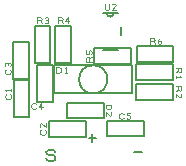
<source format=gbr>
G04 EasyPC Gerber Version 20.0.2 Build 4112 *
G04 #@! TF.Part,Single*
G04 #@! TF.FileFunction,Legend,Top *
%FSLAX25Y25*%
%MOIN*%
%ADD70C,0.00300*%
%ADD11C,0.00500*%
%ADD71C,0.00600*%
%ADD19C,0.00800*%
X0Y0D02*
D02*
D11*
X10150Y33300D02*
X4850D01*
Y45600*
X10150*
Y33300*
X10250Y20600D02*
X4950D01*
Y32900*
X10250*
Y20600*
X18050Y25700D02*
X12750D01*
Y38000*
X18050*
Y25700*
X18503Y28500D02*
X44503D01*
Y37800*
X18503*
Y28500*
X22650Y20100D02*
Y25400D01*
X34950*
Y20100*
X22650*
X28950Y19200D02*
Y13900D01*
X16650*
Y19200*
X28950*
X31493Y28426D02*
G75*
G03Y37874J4724D01*
G01*
G75*
G03Y28426J-4724*
G01*
D02*
D19*
X15800Y6925D02*
X16113Y6300D01*
X16737Y5987*
X17987*
X18613Y6300*
X18925Y6925*
X18613Y7550*
X17987Y7863*
X16737*
X16113Y8175*
X15800Y8800*
X16113Y9425*
X16737Y9737*
X17987*
X18613Y9425*
X18925Y8800*
X17250Y38500D02*
X11950D01*
Y50800*
X17250*
Y38500*
X23950D02*
X18650D01*
Y50800*
X23950*
Y38500*
X30000Y13537D02*
X32500D01*
X31250Y12287D02*
Y14787D01*
X44050Y43700D02*
Y38400D01*
X31750*
Y43700*
X44050*
X45200Y8937D02*
X47700D01*
X45850Y32800D02*
Y38100D01*
X58150*
Y32800*
X45850*
X48350Y19400D02*
Y14100D01*
X36050*
Y19400*
X48350*
X58150Y31600D02*
Y26300D01*
X45850*
Y31600*
X58150*
X58250Y44100D02*
Y38800D01*
X45950*
Y44100*
X58250*
D02*
D70*
X3619Y36413D02*
X3775Y36256D01*
X3931Y35944*
Y35475*
X3775Y35163*
X3619Y35006*
X3306Y34850*
X2681*
X2369Y35006*
X2213Y35163*
X2056Y35475*
Y35944*
X2213Y36256*
X2369Y36413*
X3775Y37506D02*
X3931Y37819D01*
Y38131*
X3775Y38444*
X3463Y38600*
X3150Y38444*
X2994Y38131*
Y37819*
Y38131D02*
X2837Y38444D01*
X2525Y38600*
X2213Y38444*
X2056Y38131*
Y37819*
X2213Y37506*
X3819Y28113D02*
X3975Y27956D01*
X4131Y27644*
Y27175*
X3975Y26863*
X3819Y26706*
X3506Y26550*
X2881*
X2569Y26706*
X2413Y26863*
X2256Y27175*
Y27644*
X2413Y27956*
X2569Y28113*
X4131Y29363D02*
Y29987D01*
Y29675D02*
X2256D01*
X2569Y29363*
X12463Y23631D02*
X12306Y23475D01*
X11994Y23319*
X11525*
X11213Y23475*
X11056Y23631*
X10900Y23944*
Y24569*
X11056Y24881*
X11213Y25037*
X11525Y25194*
X11994*
X12306Y25037*
X12463Y24881*
X14181Y23319D02*
Y25194D01*
X13400Y23944*
X14650*
X12800Y51919D02*
Y53794D01*
X13894*
X14206Y53637*
X14363Y53325*
X14206Y53013*
X13894Y52856*
X12800*
X13894D02*
X14363Y51919D01*
X15456Y52075D02*
X15769Y51919D01*
X16081*
X16394Y52075*
X16550Y52387*
X16394Y52700*
X16081Y52856*
X15769*
X16081D02*
X16394Y53013D01*
X16550Y53325*
X16394Y53637*
X16081Y53794*
X15769*
X15456Y53637*
X15319Y16313D02*
X15475Y16156D01*
X15631Y15844*
Y15375*
X15475Y15063*
X15319Y14906*
X15006Y14750*
X14381*
X14069Y14906*
X13913Y15063*
X13756Y15375*
Y15844*
X13913Y16156*
X14069Y16313*
X15631Y18500D02*
Y17250D01*
X14537Y18344*
X14225Y18500*
X13913Y18344*
X13756Y18031*
Y17563*
X13913Y17250*
X19200Y35319D02*
Y37194D01*
X20137*
X20450Y37037*
X20606Y36881*
X20763Y36569*
Y35944*
X20606Y35631*
X20450Y35475*
X20137Y35319*
X19200*
X22013D02*
X22637D01*
X22325D02*
Y37194D01*
X22013Y36881*
X19700Y51919D02*
Y53794D01*
X20794*
X21106Y53637*
X21263Y53325*
X21106Y53013*
X20794Y52856*
X19700*
X20794D02*
X21263Y51919D01*
X22981D02*
Y53794D01*
X22200Y52544*
X23450*
X31031Y39050D02*
X29156D01*
Y40144*
X29313Y40456*
X29625Y40613*
X29937Y40456*
X30094Y40144*
Y39050*
Y40144D02*
X31031Y40613D01*
X30875Y41550D02*
X31031Y41863D01*
Y42331*
X30875Y42644*
X30563Y42800*
X30406*
X30094Y42644*
X29937Y42331*
Y41550*
X29156*
Y42800*
X35669Y24750D02*
X37544D01*
Y23813*
X37387Y23500*
X37231Y23344*
X36919Y23187*
X36294*
X35981Y23344*
X35825Y23500*
X35669Y23813*
Y24750*
Y21000D02*
Y22250D01*
X36763Y21156*
X37075Y21000*
X37387Y21156*
X37544Y21469*
Y21937*
X37387Y22250*
X35300Y58294D02*
Y56887D01*
X35456Y56575*
X35769Y56419*
X36394*
X36706Y56575*
X36863Y56887*
Y58294*
X39050Y56419D02*
X37800D01*
X38894Y57513*
X39050Y57825*
X38894Y58137*
X38581Y58294*
X38113*
X37800Y58137*
X41663Y20331D02*
X41506Y20175D01*
X41194Y20019*
X40725*
X40413Y20175*
X40256Y20331*
X40100Y20644*
Y21269*
X40256Y21581*
X40413Y21737*
X40725Y21894*
X41194*
X41506Y21737*
X41663Y21581*
X42600Y20175D02*
X42913Y20019D01*
X43381*
X43694Y20175*
X43850Y20487*
Y20644*
X43694Y20956*
X43381Y21113*
X42600*
Y21894*
X43850*
X50500Y45019D02*
Y46894D01*
X51594*
X51906Y46737*
X52063Y46425*
X51906Y46113*
X51594Y45956*
X50500*
X51594D02*
X52063Y45019D01*
X53000Y45487D02*
X53156Y45800D01*
X53469Y45956*
X53781*
X54094Y45800*
X54250Y45487*
X54094Y45175*
X53781Y45019*
X53469*
X53156Y45175*
X53000Y45487*
Y45956*
X53156Y46425*
X53469Y46737*
X53781Y46894*
X58969Y30850D02*
X60844D01*
Y29756*
X60687Y29444*
X60375Y29287*
X60063Y29444*
X59906Y29756*
Y30850*
Y29756D02*
X58969Y29287D01*
Y27100D02*
Y28350D01*
X60063Y27256*
X60375Y27100*
X60687Y27256*
X60844Y27569*
Y28037*
X60687Y28350*
X58969Y37050D02*
X60844D01*
Y35956*
X60687Y35644*
X60375Y35487*
X60063Y35644*
X59906Y35956*
Y37050*
Y35956D02*
X58969Y35487D01*
Y34237D02*
Y33613D01*
Y33925D02*
X60844D01*
X60531Y34237*
D02*
D71*
X34752Y43048D02*
X39648D01*
X36000Y55252D02*
G75*
G03X38400I1200D01*
G01*
X39648D02*
X34752D01*
X40743Y47820D02*
Y50480D01*
X0Y0D02*
M02*

</source>
